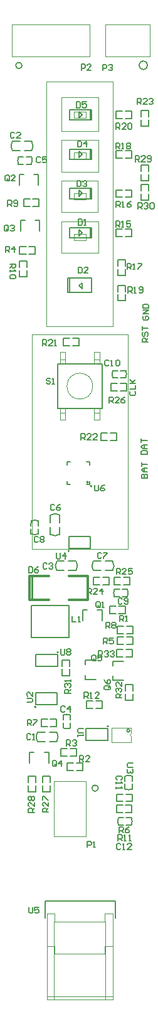
<source format=gto>
%FSLAX25Y25*%
%MOIN*%
G70*
G01*
G75*
%ADD10C,0.05906*%
%ADD11R,0.02362X0.02756*%
%ADD12R,0.02756X0.02362*%
%ADD13R,0.03150X0.03937*%
%ADD14R,0.03937X0.03150*%
%ADD15R,0.02559X0.02165*%
%ADD16R,0.02165X0.02559*%
%ADD17R,0.03543X0.03150*%
%ADD18R,0.03543X0.03150*%
%ADD19R,0.01575X0.03937*%
%ADD20O,0.01181X0.07874*%
%ADD21R,0.01181X0.07874*%
%ADD22R,0.02362X0.07874*%
%ADD23R,0.01063X0.07874*%
%ADD24R,0.05118X0.05118*%
%ADD25R,0.00787X0.02362*%
%ADD26R,0.00787X0.03150*%
%ADD27R,0.02362X0.00787*%
%ADD28R,0.03150X0.00787*%
%ADD29R,0.05118X0.15748*%
%ADD30R,0.06299X0.07480*%
%ADD31R,0.02756X0.13386*%
%ADD32R,0.02756X0.06102*%
%ADD33R,0.07874X0.10000*%
%ADD34R,0.07480X0.06299*%
%ADD35R,0.13386X0.02756*%
%ADD36R,0.03150X0.02559*%
%ADD37R,0.03150X0.03543*%
%ADD38R,0.03150X0.03543*%
%ADD39C,0.01575*%
%ADD40C,0.01000*%
%ADD41C,0.02362*%
%ADD42C,0.00787*%
%ADD43C,0.01181*%
%ADD44C,0.01969*%
%ADD45C,0.03150*%
%ADD46C,0.00500*%
%ADD47C,0.00591*%
%ADD48C,0.00394*%
%ADD49C,0.00600*%
%ADD50C,0.00197*%
%ADD51C,0.00709*%
%ADD52C,0.01200*%
D40*
X15970Y-306399D02*
Y-293801D01*
D42*
X48502Y-285849D02*
G03*
X48502Y-290791I3706J-2471D01*
G01*
X58738D02*
G03*
X58738Y-285849I-3706J2471D01*
G01*
X25679Y-271618D02*
G03*
X30621Y-271618I2471J3706D01*
G01*
Y-261382D02*
G03*
X25679Y-261382I-2471J-3706D01*
G01*
X18812Y-376759D02*
G03*
X18812Y-381701I3706J-2471D01*
G01*
X29048D02*
G03*
X29048Y-376759I-3706J2471D01*
G01*
X30028Y-334221D02*
G03*
X30028Y-334221I-394J0D01*
G01*
X56647Y-373540D02*
G03*
X56647Y-373540I-394J0D01*
G01*
X18040Y-363300D02*
G03*
X18040Y-363300I-394J0D01*
G01*
X47660Y-246061D02*
G03*
X47660Y-246061I-394J0D01*
G01*
X39328Y-290841D02*
G03*
X39328Y-285899I-3706J2471D01*
G01*
X29092D02*
G03*
X29092Y-290841I3706J-2471D01*
G01*
X15718Y-67781D02*
G03*
X15718Y-62839I-3706J2471D01*
G01*
X5482D02*
G03*
X5482Y-67781I3706J-2471D01*
G01*
X35810Y-280430D02*
G03*
X35810Y-280430I-394J0D01*
G01*
X48502Y-290791D02*
X52439D01*
X48502Y-285849D02*
X52439D01*
X54801Y-290791D02*
X58738D01*
X54801Y-285849D02*
X58738D01*
X30621Y-271618D02*
Y-267681D01*
X25679Y-271618D02*
Y-267681D01*
X30621Y-265319D02*
Y-261382D01*
X25679Y-265319D02*
Y-261382D01*
X18812Y-381701D02*
X22749D01*
X18812Y-376759D02*
X22749D01*
X25111Y-381701D02*
X29048D01*
X25111Y-376759D02*
X29048D01*
X17008Y-80470D02*
X19370D01*
X9134D02*
X11496D01*
X19370Y-86139D02*
Y-80470D01*
X9134Y-86100D02*
Y-80470D01*
X17666Y-104872D02*
X20028D01*
X9792D02*
X12154D01*
X20028Y-110541D02*
Y-104872D01*
X9792Y-110502D02*
Y-104872D01*
X45223Y-108675D02*
X47428D01*
X46759Y-114187D02*
X47389D01*
X47428Y-114148D01*
Y-113557D01*
X46759Y-114187D02*
Y-108675D01*
X47428Y-113557D02*
Y-108675D01*
X35774Y-114187D02*
X46759D01*
X35774D02*
Y-108675D01*
X46759D01*
X45223Y-87809D02*
X47428D01*
X46759Y-93321D02*
X47389D01*
X47428Y-93282D01*
Y-92691D01*
X46759Y-93321D02*
Y-87809D01*
X47428Y-92691D02*
Y-87809D01*
X35774Y-93321D02*
X46759D01*
X35774D02*
Y-87809D01*
X46759D01*
X45223Y-66943D02*
X47428D01*
X46759Y-72455D02*
X47389D01*
X47428Y-72416D01*
Y-71825D01*
X46759Y-72455D02*
Y-66943D01*
X47428Y-71825D02*
Y-66943D01*
X35774Y-72455D02*
X46759D01*
X35774D02*
Y-66943D01*
X46759D01*
X45223Y-46077D02*
X47428D01*
X46759Y-51589D02*
X47389D01*
X47428Y-51549D01*
Y-50959D01*
X46759Y-51589D02*
Y-46077D01*
X47428Y-50959D02*
Y-46077D01*
X35774Y-51589D02*
X46759D01*
X35774D02*
Y-46077D01*
X46759D01*
X35391Y-285899D02*
X39328D01*
X35391Y-290841D02*
X39328D01*
X29092Y-285899D02*
X33029D01*
X29092Y-290841D02*
X33029D01*
X50720Y-311790D02*
X53082D01*
X42846D02*
X45208D01*
X53082Y-317460D02*
Y-311790D01*
X42846Y-317420D02*
Y-311790D01*
X11781Y-62839D02*
X15718D01*
X11781Y-67781D02*
X15718D01*
X5482Y-62839D02*
X9419D01*
X5482Y-67781D02*
X9419D01*
X29626Y-181004D02*
X53248D01*
X29626Y-204626D02*
Y-181004D01*
Y-204626D02*
X53248D01*
Y-181004D01*
X35017Y-143049D02*
X47615D01*
X35017Y-135568D02*
X47615D01*
X42497Y-141080D02*
Y-137930D01*
X47615Y-143049D02*
Y-135568D01*
X35017Y-143049D02*
Y-135568D01*
X35804Y-143049D02*
Y-135568D01*
X40922Y-139505D02*
X42497Y-141080D01*
X40922Y-139505D02*
X42497Y-137930D01*
X14622Y-393100D02*
Y-387470D01*
X24858Y-393139D02*
Y-387470D01*
X14622D02*
X16984D01*
X22496D02*
X24858D01*
X58890Y-349178D02*
X64520D01*
X58890Y-338942D02*
X64559D01*
X58890Y-349178D02*
Y-346816D01*
Y-341304D02*
Y-338942D01*
X44201Y-348658D02*
X49831D01*
X44201Y-338422D02*
X49870D01*
X44201Y-348658D02*
Y-346296D01*
Y-340784D02*
Y-338422D01*
D46*
X36365Y-367625D02*
G03*
X32466Y-367629I-1945J-4864D01*
G01*
X32436Y-374482D02*
G03*
X36372Y-374557I2063J4907D01*
G01*
X58865Y-184615D02*
G03*
X58868Y-188514I4864J-1945D01*
G01*
X65721Y-188544D02*
G03*
X65796Y-184608I-4907J2063D01*
G01*
X66615Y-304645D02*
G03*
X66612Y-300746I-4864J1945D01*
G01*
X59759Y-300716D02*
G03*
X59684Y-304652I4907J-2063D01*
G01*
X19295Y-264485D02*
G03*
X15396Y-264488I-1945J-4864D01*
G01*
X15366Y-271341D02*
G03*
X19302Y-271416I2063J4907D01*
G01*
X69255Y-400055D02*
G03*
X65356Y-400058I-1945J-4864D01*
G01*
X65326Y-406911D02*
G03*
X69262Y-406986I2063J4907D01*
G01*
X8715Y-71065D02*
G03*
X8718Y-74964I4864J-1945D01*
G01*
X15571Y-74994D02*
G03*
X15646Y-71058I-4907J2063D01*
G01*
X68731Y-426094D02*
G03*
X68806Y-422158I-4907J2063D01*
G01*
X61875Y-422165D02*
G03*
X61878Y-426064I4864J-1945D01*
G01*
X36369Y-370225D02*
Y-367627D01*
X32432Y-370225D02*
X32471Y-367627D01*
X36369Y-374558D02*
Y-371800D01*
X32432Y-374479D02*
Y-371800D01*
X58866Y-184611D02*
X61464D01*
X58866Y-188509D02*
X61464Y-188549D01*
X63039Y-184611D02*
X65798D01*
X63039Y-188549D02*
X65719D01*
X64016Y-304648D02*
X66614D01*
X64016Y-300711D02*
X66614Y-300751D01*
X59682Y-304648D02*
X62441D01*
X59761Y-300711D02*
X62441D01*
X19298Y-267084D02*
Y-264486D01*
X15361Y-267084D02*
X15401Y-264486D01*
X19298Y-271417D02*
Y-268659D01*
X15361Y-271339D02*
Y-268659D01*
X69258Y-402654D02*
Y-400056D01*
X65321Y-402654D02*
X65361Y-400056D01*
X69258Y-406988D02*
Y-404229D01*
X65321Y-406909D02*
Y-404229D01*
X8716Y-71061D02*
X11314D01*
X8716Y-74959D02*
X11314Y-74998D01*
X12889Y-71061D02*
X15648D01*
X12889Y-74998D02*
X15569D01*
X66049Y-426098D02*
X68729D01*
X66049Y-422161D02*
X68808D01*
X61876Y-426059D02*
X64474Y-426098D01*
X61876Y-422161D02*
X64474D01*
D47*
X67921Y-375889D02*
G03*
X67921Y-375889I-781J0D01*
G01*
X72829Y-22626D02*
G03*
X72820Y-22420I2271J206D01*
G01*
X10572Y-22446D02*
G03*
X10575Y-22549I-1652J-103D01*
G01*
X49457Y-408148D02*
G03*
X49354Y-408145I0J1655D01*
G01*
X62745Y-195349D02*
X66091D01*
Y-191411D01*
X62745D02*
X66091D01*
X57824Y-195349D02*
X61170D01*
X57824D02*
Y-191411D01*
X61170D01*
X59496Y-294492D02*
X62843D01*
X59496Y-298429D02*
Y-294492D01*
Y-298429D02*
X62843D01*
X64417Y-294492D02*
X67764D01*
Y-298429D02*
Y-294492D01*
X64417Y-298429D02*
X67764D01*
X48586Y-294492D02*
X51933D01*
X48586Y-298429D02*
Y-294492D01*
Y-298429D02*
X51933D01*
X53507Y-294492D02*
X56854D01*
Y-298429D02*
Y-294492D01*
X53507Y-298429D02*
X56854D01*
X77868Y-49793D02*
Y-46446D01*
X73931D02*
X77868D01*
X73931Y-49793D02*
Y-46446D01*
X77868Y-54714D02*
Y-51367D01*
X73931Y-54714D02*
X77868D01*
X73931D02*
Y-51367D01*
X52526Y-217711D02*
X55873D01*
X52526Y-221649D02*
Y-217711D01*
Y-221649D02*
X55873D01*
X57447Y-217711D02*
X60794D01*
Y-221649D02*
Y-217711D01*
X57447Y-221649D02*
X60794D01*
X37407Y-171309D02*
X40754D01*
Y-167371D01*
X37407D02*
X40754D01*
X32486Y-171309D02*
X35833D01*
X32486D02*
Y-167371D01*
X35833D01*
X60576Y-46922D02*
X63923D01*
X60576Y-50858D02*
Y-46922D01*
Y-50858D02*
X63923D01*
X65497Y-46922D02*
X68844D01*
Y-50858D02*
Y-46922D01*
X65497Y-50858D02*
X68844D01*
X61581Y-147564D02*
Y-144217D01*
Y-147564D02*
X65518D01*
Y-144217D01*
X61581Y-142643D02*
Y-139296D01*
X65518D01*
Y-142643D02*
Y-139296D01*
X60576Y-67730D02*
X63923D01*
X60576Y-71667D02*
Y-67730D01*
Y-71667D02*
X63923D01*
X65497Y-67730D02*
X68844D01*
Y-71667D02*
Y-67730D01*
X65497Y-71667D02*
X68844D01*
X65518Y-129063D02*
Y-125716D01*
X61581D02*
X65518D01*
X61581Y-129063D02*
Y-125716D01*
X65518Y-133984D02*
Y-130637D01*
X61581Y-133984D02*
X65518D01*
X61581D02*
Y-130637D01*
X60576Y-88597D02*
X63923D01*
X60576Y-92534D02*
Y-88597D01*
Y-92534D02*
X63923D01*
X65497Y-88597D02*
X68844D01*
Y-92534D02*
Y-88597D01*
X65497Y-92534D02*
X68844D01*
X60576Y-109463D02*
X63923D01*
X60576Y-113400D02*
Y-109463D01*
Y-113400D02*
X63923D01*
X65497Y-109463D02*
X68844D01*
Y-113400D02*
Y-109463D01*
X65497Y-113400D02*
X68844D01*
X49787Y-363968D02*
X53134D01*
Y-360032D01*
X49787D02*
X53134D01*
X44866Y-363968D02*
X48213D01*
X44866D02*
Y-360032D01*
X48213D01*
X61226Y-320582D02*
X64573D01*
X61226Y-324518D02*
Y-320582D01*
Y-324518D02*
X64573D01*
X66147Y-320582D02*
X69494D01*
Y-324518D02*
Y-320582D01*
X66147Y-324518D02*
X69494D01*
X20776Y-369882D02*
X24123D01*
X20776Y-373818D02*
Y-369882D01*
Y-373818D02*
X24123D01*
X25697Y-369882D02*
X29044D01*
Y-373818D02*
Y-369882D01*
X25697Y-373818D02*
X29044D01*
X66147Y-330188D02*
X69494D01*
Y-326252D01*
X66147D02*
X69494D01*
X61226Y-330188D02*
X64573D01*
X61226D02*
Y-326252D01*
X64573D01*
X31196Y-385462D02*
X34543D01*
X31196Y-389399D02*
Y-385462D01*
Y-389399D02*
X34543D01*
X36118Y-385462D02*
X39464D01*
Y-389399D02*
Y-385462D01*
X36118Y-389399D02*
X39464D01*
X39438Y-397169D02*
X42784D01*
Y-393232D01*
X39438D02*
X42784D01*
X34516Y-397169D02*
X37863D01*
X34516D02*
Y-393232D01*
X37863D01*
X57136Y-309832D02*
X60483D01*
X57136Y-313769D02*
Y-309832D01*
Y-313769D02*
X60483D01*
X62057Y-309832D02*
X65404D01*
Y-313769D02*
Y-309832D01*
X62057Y-313769D02*
X65404D01*
X65677Y-419328D02*
X69024D01*
Y-415391D01*
X65677D02*
X69024D01*
X60756Y-419328D02*
X64103D01*
X60756D02*
Y-415391D01*
X64103D01*
X9201Y-134754D02*
Y-131407D01*
Y-134754D02*
X13138D01*
Y-131407D01*
X9201Y-129833D02*
Y-126486D01*
X13138D01*
Y-129833D02*
Y-126486D01*
X11456Y-93591D02*
X14803D01*
X11456Y-97528D02*
Y-93591D01*
Y-97528D02*
X14803D01*
X16377Y-93591D02*
X19724D01*
Y-97528D02*
Y-93591D01*
X16377Y-97528D02*
X19724D01*
X14319Y-122641D02*
X17666D01*
Y-118703D01*
X14319D02*
X17666D01*
X9398Y-122641D02*
X12745D01*
X9398D02*
Y-118703D01*
X12745D01*
X22808Y-475395D02*
Y-466537D01*
X60170Y-475356D02*
Y-466537D01*
X22808D02*
X60170D01*
X46400Y-234801D02*
Y-233148D01*
X44746D02*
X46400D01*
X34589Y-234801D02*
Y-233148D01*
X36242D01*
X34589Y-244959D02*
Y-243305D01*
Y-244959D02*
X36242D01*
X44746D02*
X46400D01*
Y-243266D01*
X40775Y-109699D02*
X42467Y-111392D01*
X40775Y-113124D02*
Y-109699D01*
Y-113124D02*
X42467Y-111431D01*
Y-111431D01*
X40775Y-88833D02*
X42467Y-90526D01*
X40775Y-92258D02*
Y-88833D01*
Y-92258D02*
X42467Y-90565D01*
Y-90565D01*
X40775Y-67967D02*
X42467Y-69660D01*
X40775Y-71392D02*
Y-67967D01*
Y-71392D02*
X42467Y-69699D01*
Y-69699D01*
X40775Y-47100D02*
X42467Y-48794D01*
X40775Y-50526D02*
Y-47100D01*
Y-50526D02*
X42467Y-48833D01*
Y-48833D01*
X60816Y-409601D02*
X64163D01*
X60816Y-413539D02*
Y-409601D01*
Y-413539D02*
X64163D01*
X65737Y-409601D02*
X69084D01*
Y-413539D02*
Y-409601D01*
X65737Y-413539D02*
X69084D01*
X17929Y-403533D02*
Y-400186D01*
X13992D02*
X17929D01*
X13992Y-403533D02*
Y-400186D01*
X17929Y-408454D02*
Y-405107D01*
X13992Y-408454D02*
X17929D01*
X13992D02*
Y-405107D01*
X25438Y-403533D02*
Y-400186D01*
X21501D02*
X25438D01*
X21501Y-403533D02*
Y-400186D01*
X25438Y-408454D02*
Y-405107D01*
X21501Y-408454D02*
X25438D01*
X21501D02*
Y-405107D01*
X73931Y-94044D02*
Y-90697D01*
Y-94044D02*
X77868D01*
Y-90697D01*
X73931Y-89123D02*
Y-85776D01*
X77868D01*
Y-89123D02*
Y-85776D01*
Y-78833D02*
Y-75486D01*
X73931D02*
X77868D01*
X73931Y-78833D02*
Y-75486D01*
X77868Y-83754D02*
Y-80407D01*
X73931Y-83754D02*
X77868D01*
X73931D02*
Y-80407D01*
X69548Y-354743D02*
Y-351396D01*
X65611D02*
X69548D01*
X65611Y-354743D02*
Y-351396D01*
X69548Y-359664D02*
Y-356317D01*
X65611Y-359664D02*
X69548D01*
X65611D02*
Y-356317D01*
X65967Y-336729D02*
X69314D01*
Y-332791D01*
X65967D02*
X69314D01*
X61046Y-336729D02*
X64393D01*
X61046D02*
Y-332791D01*
X64393D01*
X35978Y-341673D02*
Y-338326D01*
X32041D02*
X35978D01*
X32041Y-341673D02*
Y-338326D01*
X35978Y-346594D02*
Y-343247D01*
X32041Y-346594D02*
X35978D01*
X32041D02*
Y-343247D01*
X31201Y-332481D02*
Y-335105D01*
X31726Y-335630D01*
X32775D01*
X33300Y-335105D01*
Y-332481D01*
X34349Y-333006D02*
X34874Y-332481D01*
X35924D01*
X36448Y-333006D01*
Y-333531D01*
X35924Y-334056D01*
X36448Y-334580D01*
Y-335105D01*
X35924Y-335630D01*
X34874D01*
X34349Y-335105D01*
Y-334580D01*
X34874Y-334056D01*
X34349Y-333531D01*
Y-333006D01*
X34874Y-334056D02*
X35924D01*
X3299Y-109997D02*
Y-107898D01*
X2774Y-107373D01*
X1725D01*
X1200Y-107898D01*
Y-109997D01*
X1725Y-110522D01*
X2774D01*
X2249Y-109473D02*
X3299Y-110522D01*
X2774D02*
X3299Y-109997D01*
X4349Y-107898D02*
X4873Y-107373D01*
X5923D01*
X6448Y-107898D01*
Y-108423D01*
X5923Y-108948D01*
X5398D01*
X5923D01*
X6448Y-109473D01*
Y-109997D01*
X5923Y-110522D01*
X4873D01*
X4349Y-109997D01*
X3741Y-83395D02*
Y-81296D01*
X3216Y-80771D01*
X2167D01*
X1642Y-81296D01*
Y-83395D01*
X2167Y-83920D01*
X3216D01*
X2692Y-82871D02*
X3741Y-83920D01*
X3216D02*
X3741Y-83395D01*
X6890Y-83920D02*
X4791D01*
X6890Y-81821D01*
Y-81296D01*
X6365Y-80771D01*
X5315D01*
X4791Y-81296D01*
X14075Y-288780D02*
Y-291929D01*
X15649D01*
X16174Y-291404D01*
Y-289305D01*
X15649Y-288780D01*
X14075D01*
X19322D02*
X18273Y-289305D01*
X17223Y-290355D01*
Y-291404D01*
X17748Y-291929D01*
X18798D01*
X19322Y-291404D01*
Y-290880D01*
X18798Y-290355D01*
X17223D01*
X63352Y-402099D02*
X63877Y-401574D01*
Y-400525D01*
X63352Y-400000D01*
X61253D01*
X60728Y-400525D01*
Y-401574D01*
X61253Y-402099D01*
X60728Y-403149D02*
Y-404198D01*
Y-403673D01*
X63877D01*
X63352Y-403149D01*
X60728Y-405772D02*
Y-406822D01*
Y-406297D01*
X63877D01*
X63352Y-405772D01*
X13420Y-373229D02*
Y-370081D01*
X14994D01*
X15519Y-370605D01*
Y-371655D01*
X14994Y-372180D01*
X13420D01*
X14469D02*
X15519Y-373229D01*
X16568Y-370081D02*
X18667D01*
Y-370605D01*
X16568Y-372705D01*
Y-373229D01*
X39500Y-41851D02*
Y-45000D01*
X41074D01*
X41599Y-44475D01*
Y-42376D01*
X41074Y-41851D01*
X39500D01*
X44748D02*
X42649D01*
Y-43426D01*
X43698Y-42901D01*
X44223D01*
X44748Y-43426D01*
Y-44475D01*
X44223Y-45000D01*
X43173D01*
X42649Y-44475D01*
X40110Y-62628D02*
Y-65776D01*
X41684D01*
X42209Y-65251D01*
Y-63152D01*
X41684Y-62628D01*
X40110D01*
X44833Y-65776D02*
Y-62628D01*
X43259Y-64202D01*
X45358D01*
X39800Y-83744D02*
Y-86892D01*
X41374D01*
X41899Y-86367D01*
Y-84268D01*
X41374Y-83744D01*
X39800D01*
X42949Y-84268D02*
X43473Y-83744D01*
X44523D01*
X45048Y-84268D01*
Y-84793D01*
X44523Y-85318D01*
X43998D01*
X44523D01*
X45048Y-85843D01*
Y-86367D01*
X44523Y-86892D01*
X43473D01*
X42949Y-86367D01*
X40500Y-104180D02*
Y-107328D01*
X42074D01*
X42599Y-106804D01*
Y-104705D01*
X42074Y-104180D01*
X40500D01*
X43649Y-107328D02*
X44698D01*
X44173D01*
Y-104180D01*
X43649Y-104705D01*
X15239Y-377976D02*
X14714Y-377451D01*
X13665D01*
X13140Y-377976D01*
Y-380075D01*
X13665Y-380599D01*
X14714D01*
X15239Y-380075D01*
X16288Y-380599D02*
X17338D01*
X16813D01*
Y-377451D01*
X16288Y-377976D01*
X6589Y-58456D02*
X6064Y-57931D01*
X5015D01*
X4490Y-58456D01*
Y-60555D01*
X5015Y-61080D01*
X6064D01*
X6589Y-60555D01*
X9738Y-61080D02*
X7639D01*
X9738Y-58981D01*
Y-58456D01*
X9213Y-57931D01*
X8163D01*
X7639Y-58456D01*
X23849Y-287376D02*
X23324Y-286851D01*
X22275D01*
X21750Y-287376D01*
Y-289475D01*
X22275Y-290000D01*
X23324D01*
X23849Y-289475D01*
X24899Y-287376D02*
X25423Y-286851D01*
X26473D01*
X26998Y-287376D01*
Y-287901D01*
X26473Y-288426D01*
X25948D01*
X26473D01*
X26998Y-288950D01*
Y-289475D01*
X26473Y-290000D01*
X25423D01*
X24899Y-289475D01*
X33497Y-363420D02*
X32972Y-362895D01*
X31922D01*
X31398Y-363420D01*
Y-365518D01*
X31922Y-366043D01*
X32972D01*
X33497Y-365518D01*
X36121Y-366043D02*
Y-362895D01*
X34546Y-364469D01*
X36645D01*
X20406Y-71589D02*
X19881Y-71064D01*
X18832D01*
X18307Y-71589D01*
Y-73688D01*
X18832Y-74213D01*
X19881D01*
X20406Y-73688D01*
X23555Y-71064D02*
X21456D01*
Y-72638D01*
X22505Y-72114D01*
X23030D01*
X23555Y-72638D01*
Y-73688D01*
X23030Y-74213D01*
X21980D01*
X21456Y-73688D01*
X27887Y-256234D02*
X27362Y-255710D01*
X26312D01*
X25787Y-256234D01*
Y-258333D01*
X26312Y-258858D01*
X27362D01*
X27887Y-258333D01*
X31035Y-255710D02*
X29985Y-256234D01*
X28936Y-257284D01*
Y-258333D01*
X29461Y-258858D01*
X30510D01*
X31035Y-258333D01*
Y-257809D01*
X30510Y-257284D01*
X28936D01*
X52886Y-281825D02*
X52362Y-281300D01*
X51312D01*
X50787Y-281825D01*
Y-283924D01*
X51312Y-284449D01*
X52362D01*
X52886Y-283924D01*
X53936Y-281300D02*
X56035D01*
Y-281825D01*
X53936Y-283924D01*
Y-284449D01*
X19186Y-273242D02*
X18661Y-272717D01*
X17611D01*
X17087Y-273242D01*
Y-275341D01*
X17611Y-275866D01*
X18661D01*
X19186Y-275341D01*
X20235Y-273242D02*
X20760Y-272717D01*
X21810D01*
X22334Y-273242D01*
Y-273767D01*
X21810Y-274292D01*
X22334Y-274817D01*
Y-275341D01*
X21810Y-275866D01*
X20760D01*
X20235Y-275341D01*
Y-274817D01*
X20760Y-274292D01*
X20235Y-273767D01*
Y-273242D01*
X20760Y-274292D02*
X21810D01*
X63910Y-306038D02*
X63385Y-305513D01*
X62336D01*
X61811Y-306038D01*
Y-308137D01*
X62336Y-308661D01*
X63385D01*
X63910Y-308137D01*
X64960D02*
X65484Y-308661D01*
X66534D01*
X67059Y-308137D01*
Y-306038D01*
X66534Y-305513D01*
X65484D01*
X64960Y-306038D01*
Y-306562D01*
X65484Y-307087D01*
X67059D01*
X56799Y-179476D02*
X56274Y-178951D01*
X55225D01*
X54700Y-179476D01*
Y-181575D01*
X55225Y-182100D01*
X56274D01*
X56799Y-181575D01*
X57849Y-182100D02*
X58898D01*
X58373D01*
Y-178951D01*
X57849Y-179476D01*
X60472D02*
X60997Y-178951D01*
X62047D01*
X62572Y-179476D01*
Y-181575D01*
X62047Y-182100D01*
X60997D01*
X60472Y-181575D01*
Y-179476D01*
X40453Y-129725D02*
Y-132874D01*
X42027D01*
X42552Y-132349D01*
Y-130250D01*
X42027Y-129725D01*
X40453D01*
X45700Y-132874D02*
X43601D01*
X45700Y-130775D01*
Y-130250D01*
X45176Y-129725D01*
X44126D01*
X43601Y-130250D01*
X37288Y-315101D02*
Y-318249D01*
X39387D01*
X40436D02*
X41486D01*
X40961D01*
Y-315101D01*
X40436Y-315626D01*
X45300Y-437900D02*
Y-434751D01*
X46874D01*
X47399Y-435276D01*
Y-436326D01*
X46874Y-436851D01*
X45300D01*
X48449Y-437900D02*
X49498D01*
X48973D01*
Y-434751D01*
X48449Y-435276D01*
X42100Y-25000D02*
Y-21851D01*
X43674D01*
X44199Y-22376D01*
Y-23426D01*
X43674Y-23950D01*
X42100D01*
X47348Y-25000D02*
X45249D01*
X47348Y-22901D01*
Y-22376D01*
X46823Y-21851D01*
X45773D01*
X45249Y-22376D01*
X53400Y-25200D02*
Y-22051D01*
X54974D01*
X55499Y-22576D01*
Y-23626D01*
X54974Y-24150D01*
X53400D01*
X56549Y-22576D02*
X57073Y-22051D01*
X58123D01*
X58648Y-22576D01*
Y-23101D01*
X58123Y-23626D01*
X57598D01*
X58123D01*
X58648Y-24150D01*
Y-24675D01*
X58123Y-25200D01*
X57073D01*
X56549Y-24675D01*
X52099Y-309908D02*
Y-307809D01*
X51574Y-307284D01*
X50525D01*
X50000Y-307809D01*
Y-309908D01*
X50525Y-310433D01*
X51574D01*
X51050Y-309384D02*
X52099Y-310433D01*
X51574D02*
X52099Y-309908D01*
X53149Y-310433D02*
X54198D01*
X53673D01*
Y-307284D01*
X53149Y-307809D01*
X62500Y-317913D02*
Y-314765D01*
X64074D01*
X64599Y-315290D01*
Y-316339D01*
X64074Y-316864D01*
X62500D01*
X63550D02*
X64599Y-317913D01*
X65649D02*
X66698D01*
X66173D01*
Y-314765D01*
X65649Y-315290D01*
X41299Y-392284D02*
Y-389135D01*
X42873D01*
X43398Y-389660D01*
Y-390709D01*
X42873Y-391234D01*
X41299D01*
X42349D02*
X43398Y-392284D01*
X46547D02*
X44448D01*
X46547Y-390184D01*
Y-389660D01*
X46022Y-389135D01*
X44973D01*
X44448Y-389660D01*
X34252Y-384055D02*
Y-380907D01*
X35826D01*
X36351Y-381431D01*
Y-382481D01*
X35826Y-383006D01*
X34252D01*
X35302D02*
X36351Y-384055D01*
X37401Y-381431D02*
X37925Y-380907D01*
X38975D01*
X39500Y-381431D01*
Y-381956D01*
X38975Y-382481D01*
X38450D01*
X38975D01*
X39500Y-383006D01*
Y-383530D01*
X38975Y-384055D01*
X37925D01*
X37401Y-383530D01*
X1900Y-121800D02*
Y-118651D01*
X3474D01*
X3999Y-119176D01*
Y-120226D01*
X3474Y-120750D01*
X1900D01*
X2950D02*
X3999Y-121800D01*
X6623D02*
Y-118651D01*
X5049Y-120226D01*
X7148D01*
X53839Y-329823D02*
Y-326674D01*
X55413D01*
X55938Y-327199D01*
Y-328249D01*
X55413Y-328773D01*
X53839D01*
X54888D02*
X55938Y-329823D01*
X59086Y-326674D02*
X56987D01*
Y-328249D01*
X58037Y-327724D01*
X58561D01*
X59086Y-328249D01*
Y-329298D01*
X58561Y-329823D01*
X57512D01*
X56987Y-329298D01*
X55216Y-321457D02*
Y-318308D01*
X56791D01*
X57316Y-318833D01*
Y-319882D01*
X56791Y-320407D01*
X55216D01*
X56266D02*
X57316Y-321457D01*
X58365Y-318833D02*
X58890Y-318308D01*
X59939D01*
X60464Y-318833D01*
Y-319358D01*
X59939Y-319882D01*
X60464Y-320407D01*
Y-320932D01*
X59939Y-321457D01*
X58890D01*
X58365Y-320932D01*
Y-320407D01*
X58890Y-319882D01*
X58365Y-319358D01*
Y-318833D01*
X58890Y-319882D02*
X59939D01*
X3020Y-97310D02*
Y-94161D01*
X4594D01*
X5119Y-94686D01*
Y-95736D01*
X4594Y-96260D01*
X3020D01*
X4070D02*
X5119Y-97310D01*
X6169Y-96785D02*
X6694Y-97310D01*
X7743D01*
X8268Y-96785D01*
Y-94686D01*
X7743Y-94161D01*
X6694D01*
X6169Y-94686D01*
Y-95211D01*
X6694Y-95736D01*
X8268D01*
X4100Y-128000D02*
X7249D01*
Y-129574D01*
X6724Y-130099D01*
X5674D01*
X5150Y-129574D01*
Y-128000D01*
Y-129050D02*
X4100Y-130099D01*
Y-131149D02*
Y-132198D01*
Y-131673D01*
X7249D01*
X6724Y-131149D01*
Y-133772D02*
X7249Y-134297D01*
Y-135347D01*
X6724Y-135872D01*
X4625D01*
X4100Y-135347D01*
Y-134297D01*
X4625Y-133772D01*
X6724D01*
X61713Y-434350D02*
Y-431202D01*
X63287D01*
X63812Y-431727D01*
Y-432776D01*
X63287Y-433301D01*
X61713D01*
X62762D02*
X63812Y-434350D01*
X64861D02*
X65911D01*
X65386D01*
Y-431202D01*
X64861Y-431727D01*
X67485Y-434350D02*
X68535D01*
X68010D01*
Y-431202D01*
X67485Y-431727D01*
X43701Y-358661D02*
Y-355513D01*
X45275D01*
X45800Y-356038D01*
Y-357087D01*
X45275Y-357612D01*
X43701D01*
X44750D02*
X45800Y-358661D01*
X46849D02*
X47899D01*
X47374D01*
Y-355513D01*
X46849Y-356038D01*
X51572Y-358661D02*
X49473D01*
X51572Y-356562D01*
Y-356038D01*
X51047Y-355513D01*
X49998D01*
X49473Y-356038D01*
X60500Y-108391D02*
Y-105243D01*
X62074D01*
X62599Y-105767D01*
Y-106817D01*
X62074Y-107342D01*
X60500D01*
X61550D02*
X62599Y-108391D01*
X63649D02*
X64698D01*
X64173D01*
Y-105243D01*
X63649Y-105767D01*
X68371Y-105243D02*
X66272D01*
Y-106817D01*
X67322Y-106292D01*
X67847D01*
X68371Y-106817D01*
Y-107867D01*
X67847Y-108391D01*
X66797D01*
X66272Y-107867D01*
X60700Y-97795D02*
Y-94647D01*
X62274D01*
X62799Y-95171D01*
Y-96221D01*
X62274Y-96746D01*
X60700D01*
X61750D02*
X62799Y-97795D01*
X63849D02*
X64898D01*
X64373D01*
Y-94647D01*
X63849Y-95171D01*
X68572Y-94647D02*
X67522Y-95171D01*
X66472Y-96221D01*
Y-97270D01*
X66997Y-97795D01*
X68047D01*
X68572Y-97270D01*
Y-96746D01*
X68047Y-96221D01*
X66472D01*
X66496Y-130905D02*
Y-127757D01*
X68070D01*
X68595Y-128282D01*
Y-129331D01*
X68070Y-129856D01*
X66496D01*
X67546D02*
X68595Y-130905D01*
X69645D02*
X70694D01*
X70169D01*
Y-127757D01*
X69645Y-128282D01*
X72268Y-127757D02*
X74367D01*
Y-128282D01*
X72268Y-130381D01*
Y-130905D01*
X60400Y-66839D02*
Y-63690D01*
X61974D01*
X62499Y-64215D01*
Y-65265D01*
X61974Y-65789D01*
X60400D01*
X61449D02*
X62499Y-66839D01*
X63549D02*
X64598D01*
X64073D01*
Y-63690D01*
X63549Y-64215D01*
X66172D02*
X66697Y-63690D01*
X67747D01*
X68271Y-64215D01*
Y-64740D01*
X67747Y-65265D01*
X68271Y-65789D01*
Y-66314D01*
X67747Y-66839D01*
X66697D01*
X66172Y-66314D01*
Y-65789D01*
X66697Y-65265D01*
X66172Y-64740D01*
Y-64215D01*
X66697Y-65265D02*
X67747D01*
X66969Y-143347D02*
Y-140198D01*
X68543D01*
X69068Y-140723D01*
Y-141772D01*
X68543Y-142297D01*
X66969D01*
X68018D02*
X69068Y-143347D01*
X70117D02*
X71167D01*
X70642D01*
Y-140198D01*
X70117Y-140723D01*
X72741Y-142822D02*
X73266Y-143347D01*
X74315D01*
X74840Y-142822D01*
Y-140723D01*
X74315Y-140198D01*
X73266D01*
X72741Y-140723D01*
Y-141247D01*
X73266Y-141772D01*
X74840D01*
X60600Y-56400D02*
Y-53251D01*
X62174D01*
X62699Y-53776D01*
Y-54826D01*
X62174Y-55351D01*
X60600D01*
X61650D02*
X62699Y-56400D01*
X65848D02*
X63749D01*
X65848Y-54301D01*
Y-53776D01*
X65323Y-53251D01*
X64273D01*
X63749Y-53776D01*
X66897D02*
X67422Y-53251D01*
X68471D01*
X68996Y-53776D01*
Y-55875D01*
X68471Y-56400D01*
X67422D01*
X66897Y-55875D01*
Y-53776D01*
X21500Y-171400D02*
Y-168251D01*
X23074D01*
X23599Y-168776D01*
Y-169826D01*
X23074Y-170351D01*
X21500D01*
X22549D02*
X23599Y-171400D01*
X26748D02*
X24649D01*
X26748Y-169301D01*
Y-168776D01*
X26223Y-168251D01*
X25173D01*
X24649Y-168776D01*
X27797Y-171400D02*
X28847D01*
X28322D01*
Y-168251D01*
X27797Y-168776D01*
X42028Y-221358D02*
Y-218210D01*
X43602D01*
X44127Y-218734D01*
Y-219784D01*
X43602Y-220309D01*
X42028D01*
X43077D02*
X44127Y-221358D01*
X47275D02*
X45176D01*
X47275Y-219259D01*
Y-218734D01*
X46751Y-218210D01*
X45701D01*
X45176Y-218734D01*
X50424Y-221358D02*
X48325D01*
X50424Y-219259D01*
Y-218734D01*
X49899Y-218210D01*
X48849D01*
X48325Y-218734D01*
X71850Y-43209D02*
Y-40060D01*
X73425D01*
X73949Y-40585D01*
Y-41634D01*
X73425Y-42159D01*
X71850D01*
X72900D02*
X73949Y-43209D01*
X77098D02*
X74999D01*
X77098Y-41110D01*
Y-40585D01*
X76573Y-40060D01*
X75524D01*
X74999Y-40585D01*
X78148D02*
X78672Y-40060D01*
X79722D01*
X80247Y-40585D01*
Y-41110D01*
X79722Y-41634D01*
X79197D01*
X79722D01*
X80247Y-42159D01*
Y-42684D01*
X79722Y-43209D01*
X78672D01*
X78148Y-42684D01*
X45470Y-303445D02*
Y-300296D01*
X47044D01*
X47569Y-300821D01*
Y-301871D01*
X47044Y-302395D01*
X45470D01*
X46520D02*
X47569Y-303445D01*
X50718D02*
X48619D01*
X50718Y-301346D01*
Y-300821D01*
X50193Y-300296D01*
X49143D01*
X48619Y-300821D01*
X53342Y-303445D02*
Y-300296D01*
X51767Y-301871D01*
X53866D01*
X60785Y-292913D02*
Y-289765D01*
X62359D01*
X62884Y-290290D01*
Y-291339D01*
X62359Y-291864D01*
X60785D01*
X61834D02*
X62884Y-292913D01*
X66032D02*
X63933D01*
X66032Y-290814D01*
Y-290290D01*
X65507Y-289765D01*
X64458D01*
X63933Y-290290D01*
X69181Y-289765D02*
X67082D01*
Y-291339D01*
X68131Y-290814D01*
X68656D01*
X69181Y-291339D01*
Y-292389D01*
X68656Y-292913D01*
X67607D01*
X67082Y-292389D01*
X57000Y-201811D02*
Y-198662D01*
X58574D01*
X59099Y-199187D01*
Y-200237D01*
X58574Y-200762D01*
X57000D01*
X58049D02*
X59099Y-201811D01*
X62248D02*
X60149D01*
X62248Y-199712D01*
Y-199187D01*
X61723Y-198662D01*
X60673D01*
X60149Y-199187D01*
X65396Y-198662D02*
X64347Y-199187D01*
X63297Y-200237D01*
Y-201286D01*
X63822Y-201811D01*
X64872D01*
X65396Y-201286D01*
Y-200762D01*
X64872Y-200237D01*
X63297D01*
X25682Y-189148D02*
X25157Y-188623D01*
X24107D01*
X23583Y-189148D01*
Y-189673D01*
X24107Y-190197D01*
X25157D01*
X25682Y-190722D01*
Y-191247D01*
X25157Y-191772D01*
X24107D01*
X23583Y-191247D01*
X26731Y-191772D02*
X27781D01*
X27256D01*
Y-188623D01*
X26731Y-189148D01*
X43306Y-374902D02*
X40682D01*
X40157Y-375426D01*
Y-376476D01*
X40682Y-377001D01*
X43306D01*
X40157Y-378050D02*
Y-379100D01*
Y-378575D01*
X43306D01*
X42781Y-378050D01*
X13088Y-360825D02*
X15712D01*
X16237Y-360300D01*
Y-359250D01*
X15712Y-358726D01*
X13088D01*
X16237Y-355577D02*
Y-357676D01*
X14138Y-355577D01*
X13613D01*
X13088Y-356102D01*
Y-357151D01*
X13613Y-357676D01*
X69684Y-393209D02*
X67060D01*
X66535Y-393733D01*
Y-394783D01*
X67060Y-395308D01*
X69684D01*
X69159Y-396357D02*
X69684Y-396882D01*
Y-397932D01*
X69159Y-398456D01*
X68634D01*
X68110Y-397932D01*
Y-397407D01*
Y-397932D01*
X67585Y-398456D01*
X67060D01*
X66535Y-397932D01*
Y-396882D01*
X67060Y-396357D01*
X28937Y-281497D02*
Y-284121D01*
X29462Y-284646D01*
X30511D01*
X31036Y-284121D01*
Y-281497D01*
X33660Y-284646D02*
Y-281497D01*
X32086Y-283071D01*
X34185D01*
X14215Y-469757D02*
Y-472380D01*
X14740Y-472905D01*
X15789D01*
X16314Y-472380D01*
Y-469757D01*
X19463D02*
X17364D01*
Y-471331D01*
X18413Y-470806D01*
X18938D01*
X19463Y-471331D01*
Y-472380D01*
X18938Y-472905D01*
X17888D01*
X17364Y-472380D01*
X49173Y-245355D02*
Y-247979D01*
X49698Y-248504D01*
X50748D01*
X51272Y-247979D01*
Y-245355D01*
X54421D02*
X53371Y-245880D01*
X52322Y-246930D01*
Y-247979D01*
X52847Y-248504D01*
X53896D01*
X54421Y-247979D01*
Y-247454D01*
X53896Y-246930D01*
X52322D01*
X63024Y-436352D02*
X62499Y-435828D01*
X61450D01*
X60925Y-436352D01*
Y-438452D01*
X61450Y-438976D01*
X62499D01*
X63024Y-438452D01*
X64074Y-438976D02*
X65123D01*
X64599D01*
Y-435828D01*
X64074Y-436352D01*
X68797Y-438976D02*
X66698D01*
X68797Y-436877D01*
Y-436352D01*
X68272Y-435828D01*
X67222D01*
X66698Y-436352D01*
X62363Y-430138D02*
Y-426990D01*
X63937D01*
X64462Y-427514D01*
Y-428564D01*
X63937Y-429089D01*
X62363D01*
X63413D02*
X64462Y-430138D01*
X67611Y-426990D02*
X66561Y-427514D01*
X65512Y-428564D01*
Y-429613D01*
X66036Y-430138D01*
X67086D01*
X67611Y-429613D01*
Y-429089D01*
X67086Y-428564D01*
X65512D01*
X28862Y-394329D02*
Y-392230D01*
X28337Y-391705D01*
X27288D01*
X26763Y-392230D01*
Y-394329D01*
X27288Y-394854D01*
X28337D01*
X27812Y-393805D02*
X28862Y-394854D01*
X28337D02*
X28862Y-394329D01*
X31486Y-394854D02*
Y-391705D01*
X29911Y-393280D01*
X32010D01*
X24705Y-419193D02*
X21556D01*
Y-417619D01*
X22081Y-417094D01*
X23130D01*
X23655Y-417619D01*
Y-419193D01*
Y-418143D02*
X24705Y-417094D01*
Y-413945D02*
Y-416044D01*
X22606Y-413945D01*
X22081D01*
X21556Y-414470D01*
Y-415520D01*
X22081Y-416044D01*
X21556Y-412896D02*
Y-410797D01*
X22081D01*
X24180Y-412896D01*
X24705D01*
X17126Y-419291D02*
X13977D01*
Y-417717D01*
X14502Y-417192D01*
X15552D01*
X16076Y-417717D01*
Y-419291D01*
Y-418242D02*
X17126Y-417192D01*
Y-414044D02*
Y-416143D01*
X15027Y-414044D01*
X14502D01*
X13977Y-414569D01*
Y-415618D01*
X14502Y-416143D01*
Y-412994D02*
X13977Y-412469D01*
Y-411420D01*
X14502Y-410895D01*
X15027D01*
X15552Y-411420D01*
X16076Y-410895D01*
X16601D01*
X17126Y-411420D01*
Y-412469D01*
X16601Y-412994D01*
X16076D01*
X15552Y-412469D01*
X15027Y-412994D01*
X14502D01*
X15552Y-412469D02*
Y-411420D01*
X70866Y-73622D02*
Y-70473D01*
X72440D01*
X72965Y-70998D01*
Y-72048D01*
X72440Y-72572D01*
X70866D01*
X71916D02*
X72965Y-73622D01*
X76114D02*
X74015D01*
X76114Y-71523D01*
Y-70998D01*
X75589Y-70473D01*
X74540D01*
X74015Y-70998D01*
X77163Y-73097D02*
X77688Y-73622D01*
X78738D01*
X79262Y-73097D01*
Y-70998D01*
X78738Y-70473D01*
X77688D01*
X77163Y-70998D01*
Y-71523D01*
X77688Y-72048D01*
X79262D01*
X72342Y-98721D02*
Y-95572D01*
X73917D01*
X74442Y-96097D01*
Y-97146D01*
X73917Y-97671D01*
X72342D01*
X73392D02*
X74442Y-98721D01*
X75491Y-96097D02*
X76016Y-95572D01*
X77065D01*
X77590Y-96097D01*
Y-96621D01*
X77065Y-97146D01*
X76541D01*
X77065D01*
X77590Y-97671D01*
Y-98196D01*
X77065Y-98721D01*
X76016D01*
X75491Y-98196D01*
X78640Y-96097D02*
X79164Y-95572D01*
X80214D01*
X80739Y-96097D01*
Y-98196D01*
X80214Y-98721D01*
X79164D01*
X78640Y-98196D01*
Y-96097D01*
X49742Y-338381D02*
Y-336282D01*
X49217Y-335757D01*
X48168D01*
X47643Y-336282D01*
Y-338381D01*
X48168Y-338906D01*
X49217D01*
X48693Y-337857D02*
X49742Y-338906D01*
X49217D02*
X49742Y-338381D01*
X52891Y-335757D02*
X50792D01*
Y-337332D01*
X51841Y-336807D01*
X52366D01*
X52891Y-337332D01*
Y-338381D01*
X52366Y-338906D01*
X51316D01*
X50792Y-338381D01*
X57005Y-352064D02*
X54906D01*
X54381Y-352589D01*
Y-353638D01*
X54906Y-354163D01*
X57005D01*
X57530Y-353638D01*
Y-352589D01*
X56480Y-353114D02*
X57530Y-352064D01*
Y-352589D02*
X57005Y-352064D01*
X54381Y-348915D02*
X54906Y-349965D01*
X55956Y-351014D01*
X57005D01*
X57530Y-350490D01*
Y-349440D01*
X57005Y-348915D01*
X56480D01*
X55956Y-349440D01*
Y-351014D01*
X36417Y-356111D02*
X33269D01*
Y-354537D01*
X33794Y-354012D01*
X34843D01*
X35368Y-354537D01*
Y-356111D01*
Y-355061D02*
X36417Y-354012D01*
X33794Y-352962D02*
X33269Y-352437D01*
Y-351388D01*
X33794Y-350863D01*
X34318D01*
X34843Y-351388D01*
Y-351913D01*
Y-351388D01*
X35368Y-350863D01*
X35893D01*
X36417Y-351388D01*
Y-352437D01*
X35893Y-352962D01*
X36417Y-349814D02*
Y-348764D01*
Y-349289D01*
X33269D01*
X33794Y-349814D01*
X63583Y-358563D02*
X60434D01*
Y-356989D01*
X60959Y-356464D01*
X62008D01*
X62533Y-356989D01*
Y-358563D01*
Y-357513D02*
X63583Y-356464D01*
X60959Y-355414D02*
X60434Y-354890D01*
Y-353840D01*
X60959Y-353315D01*
X61484D01*
X62008Y-353840D01*
Y-354365D01*
Y-353840D01*
X62533Y-353315D01*
X63058D01*
X63583Y-353840D01*
Y-354890D01*
X63058Y-355414D01*
X63583Y-350167D02*
Y-352266D01*
X61484Y-350167D01*
X60959D01*
X60434Y-350692D01*
Y-351741D01*
X60959Y-352266D01*
X51279Y-336650D02*
Y-333502D01*
X52854D01*
X53379Y-334026D01*
Y-335076D01*
X52854Y-335601D01*
X51279D01*
X52329D02*
X53379Y-336650D01*
X54428Y-334026D02*
X54953Y-333502D01*
X56002D01*
X56527Y-334026D01*
Y-334551D01*
X56002Y-335076D01*
X55478D01*
X56002D01*
X56527Y-335601D01*
Y-336125D01*
X56002Y-336650D01*
X54953D01*
X54428Y-336125D01*
X57577Y-334026D02*
X58101Y-333502D01*
X59151D01*
X59676Y-334026D01*
Y-334551D01*
X59151Y-335076D01*
X58626D01*
X59151D01*
X59676Y-335601D01*
Y-336125D01*
X59151Y-336650D01*
X58101D01*
X57577Y-336125D01*
X75276Y-155601D02*
X74751Y-156126D01*
Y-157175D01*
X75276Y-157700D01*
X77375D01*
X77900Y-157175D01*
Y-156126D01*
X77375Y-155601D01*
X76326D01*
Y-156650D01*
X77900Y-154551D02*
X74751D01*
X77900Y-152452D01*
X74751D01*
Y-151403D02*
X77900D01*
Y-149829D01*
X77375Y-149304D01*
X75276D01*
X74751Y-149829D01*
Y-151403D01*
X77600Y-169500D02*
X74451D01*
Y-167926D01*
X74976Y-167401D01*
X76026D01*
X76551Y-167926D01*
Y-169500D01*
Y-168450D02*
X77600Y-167401D01*
X74976Y-164252D02*
X74451Y-164777D01*
Y-165827D01*
X74976Y-166351D01*
X75501D01*
X76026Y-165827D01*
Y-164777D01*
X76551Y-164252D01*
X77075D01*
X77600Y-164777D01*
Y-165827D01*
X77075Y-166351D01*
X74451Y-163203D02*
Y-161104D01*
Y-162153D01*
X77600D01*
X68376Y-195601D02*
X67851Y-196126D01*
Y-197175D01*
X68376Y-197700D01*
X70475D01*
X71000Y-197175D01*
Y-196126D01*
X70475Y-195601D01*
X67851Y-194551D02*
X71000D01*
Y-192452D01*
X67851Y-191403D02*
X71000D01*
X69950D01*
X67851Y-189304D01*
X69426Y-190878D01*
X71000Y-189304D01*
X74151Y-241700D02*
X77300D01*
Y-240126D01*
X76775Y-239601D01*
X76250D01*
X75726Y-240126D01*
Y-241700D01*
Y-240126D01*
X75201Y-239601D01*
X74676D01*
X74151Y-240126D01*
Y-241700D01*
X77300Y-238551D02*
X75201D01*
X74151Y-237502D01*
X75201Y-236452D01*
X77300D01*
X75726D01*
Y-238551D01*
X74151Y-235403D02*
Y-233304D01*
Y-234353D01*
X77300D01*
X73951Y-229200D02*
X77100D01*
Y-227626D01*
X76575Y-227101D01*
X74476D01*
X73951Y-227626D01*
Y-229200D01*
X77100Y-226051D02*
X75001D01*
X73951Y-225002D01*
X75001Y-223952D01*
X77100D01*
X75526D01*
Y-226051D01*
X73951Y-222903D02*
Y-220804D01*
Y-221853D01*
X77100D01*
D48*
X68620Y-377560D02*
G03*
X68620Y-378840I0J-640D01*
G01*
X58383Y-374401D02*
X68620D01*
X58383Y-381999D02*
Y-374401D01*
Y-381999D02*
X68620D01*
Y-378840D01*
Y-377560D02*
Y-374401D01*
X54878Y-720D02*
X78500D01*
X54878Y-17720D02*
Y-791D01*
Y-17720D02*
X78500D01*
Y-791D01*
X5120Y-720D02*
X46459D01*
Y-17649D02*
Y-720D01*
X5120Y-17649D02*
X46459D01*
X5120D02*
Y-720D01*
X23622Y-161024D02*
Y-31102D01*
X59055D01*
Y-161024D02*
Y-31102D01*
X23622Y-161024D02*
X59055D01*
X31496Y-57284D02*
Y-39567D01*
X51181D01*
Y-57284D02*
Y-39567D01*
X31496Y-57284D02*
X51181D01*
X31496Y-78937D02*
Y-62008D01*
X51181D01*
X31496Y-78937D02*
X51181D01*
Y-62008D01*
X31496Y-100591D02*
Y-83661D01*
X51024D01*
X31496Y-100591D02*
X51063D01*
X51024Y-100551D02*
X51063Y-100591D01*
Y-83701D01*
X31496Y-122244D02*
Y-105315D01*
X51181D01*
X31496Y-122244D02*
X51181D01*
Y-105315D01*
X15748Y-279528D02*
Y-165354D01*
X66929D01*
Y-279528D02*
Y-165354D01*
X15748Y-279528D02*
X66929D01*
X27628Y-432193D02*
Y-402693D01*
Y-432193D02*
X44557D01*
Y-402693D01*
X27628D02*
X44557D01*
D49*
X45770Y-243935D02*
G03*
X45770Y-243935I-394J0D01*
G01*
D50*
X48228Y-192913D02*
G03*
X48228Y-192913I-6890J0D01*
G01*
X38189Y-47244D02*
X44488D01*
Y-50394D02*
Y-47244D01*
X38189Y-50394D02*
X44488D01*
X38189D02*
Y-47244D01*
Y-68898D02*
X44488D01*
Y-72047D02*
Y-68898D01*
X38189Y-72047D02*
X44488D01*
X38189D02*
Y-68898D01*
Y-90551D02*
X44488D01*
X38189Y-93701D02*
X44488D01*
Y-90551D01*
X38189Y-93701D02*
Y-90551D01*
Y-112205D02*
X44488D01*
Y-115354D02*
Y-112205D01*
X38189Y-115354D02*
X44488D01*
X38189D02*
Y-112205D01*
X53248Y-204823D02*
Y-181004D01*
X29429Y-204823D02*
Y-181004D01*
Y-204823D02*
X53248D01*
X29429Y-181004D02*
X53248D01*
X30906Y-210925D02*
Y-204823D01*
X33661Y-210925D02*
Y-204823D01*
X30906Y-206988D02*
X33661D01*
X30906Y-210925D02*
X33661D01*
X49016D02*
Y-204823D01*
X51772Y-210925D02*
Y-204823D01*
X49016Y-206988D02*
X51772D01*
X49016Y-210925D02*
X51772D01*
X30906Y-181004D02*
Y-174902D01*
X33661Y-181004D02*
Y-174902D01*
X30906D02*
X33661D01*
X30906Y-178839D02*
X33661D01*
X49016Y-181004D02*
Y-174902D01*
X51772Y-181004D02*
Y-174902D01*
X49016D02*
X51772D01*
X49016Y-178839D02*
X51772D01*
X23740Y-518701D02*
Y-473229D01*
X23741D02*
X27953D01*
Y-477362D02*
Y-473229D01*
X27677Y-477362D02*
X55000D01*
X54724D02*
Y-473229D01*
X58936D01*
X58937Y-518701D02*
Y-473229D01*
X27677Y-518701D02*
Y-477362D01*
X55000Y-518701D02*
Y-477362D01*
X27677Y-494567D02*
X55000D01*
X23741Y-490433D02*
X27953D01*
Y-494567D02*
Y-490433D01*
X54724Y-494567D02*
Y-490433D01*
X58936D01*
X23740Y-517244D02*
X58937D01*
X23740Y-518701D02*
X58937D01*
D51*
X29449Y-341870D02*
Y-335571D01*
X18032D02*
X29449D01*
X18032Y-341870D02*
X29449D01*
X18032D02*
Y-335571D01*
X56069Y-381190D02*
Y-374890D01*
X44651D02*
X56069D01*
X44651Y-381190D02*
X56069D01*
X44651D02*
Y-374890D01*
X17831Y-361950D02*
Y-355650D01*
Y-361950D02*
X29249D01*
X17831Y-355650D02*
X29249D01*
Y-361950D02*
Y-355650D01*
X15507Y-326563D02*
X35696D01*
X15507D02*
Y-309563D01*
X35696Y-326563D02*
Y-309563D01*
X15507D02*
X35696D01*
X47019Y-279080D02*
Y-272780D01*
X35601D02*
X47019D01*
X35601Y-279080D02*
X47019D01*
X35601D02*
Y-272780D01*
D52*
X35470Y-293801D02*
X45470D01*
X35470Y-306399D02*
X45470D01*
X14470Y-293801D02*
X24978D01*
X14470Y-306399D02*
X24978D01*
X45470D02*
Y-293801D01*
X14470Y-306399D02*
Y-293801D01*
M02*

</source>
